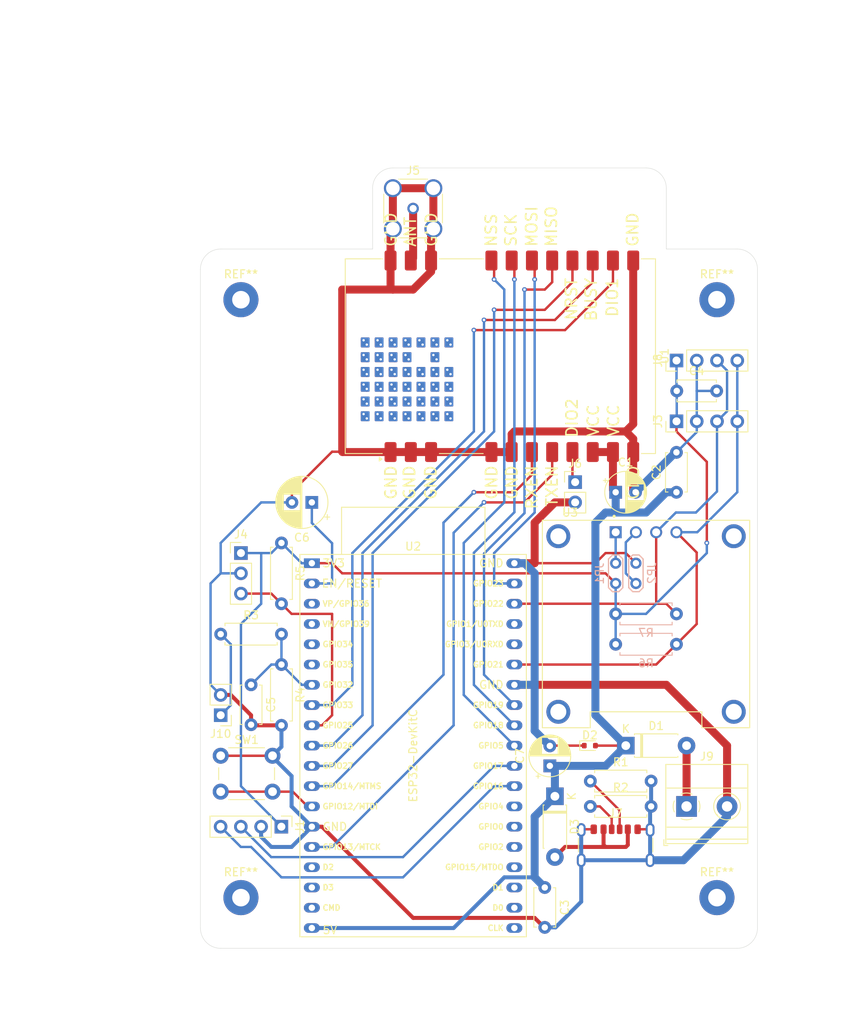
<source format=kicad_pcb>
(kicad_pcb (version 20240108) (generator "pcbnew") (generator_version "8.0")
  (title_block (date "2024-10-04") (comment 1 "OE3WAS - V 2.0.4"))
  (layers (0 "F.Cu" signal) (31 "B.Cu" signal) (34 "B.Paste" user) (35 "F.Paste" user) (36 "B.SilkS" user "B.Silkscreen") (37 "F.SilkS" user "F.Silkscreen") (38 "B.Mask" user) (39 "F.Mask" user) (44 "Edge.Cuts" user))
  (net 0 "")
  (net 1 "/GPS_TX")
  (net 2 "+3.3V")
  (net 3 "GND")
  (net 4 "/GPS_RX")
  (net 5 "/SDA")
  (net 6 "/SCL")
  (net 7 "/OneWire")
  (net 9 "/E22_BUSY")
  (net 10 "Net-(J5-In)")
  (net 11 "/E22_NRST")
  (net 12 "Net-(J6-Pin_1)")
  (net 13 "/MISO")
  (net 14 "/MOSI")
  (net 15 "/E22_SCK")
  (net 16 "+5V")
  (net 17 "/E22_DIO1")
  (net 18 "/E22_NSS")
  (net 25 "Net-(U2-MTDI{slash}GPIO12{slash}ADC2_CH5)")
  (net 31 "Net-(U2-32K_XP{slash}GPIO32{slash}ADC1_CH4)")
  (net 38 "Net-(J7-CC2)")
  (net 39 "Net-(J7-CC1)")
  (net 40 "/E22_RXEN")
  (net 41 "/E22_TXEN")
  (net 200 "Net-(J10-Pin_1)")
  (net 201 "Net-(U2-CHIP_PU)")
  (net 202 "Net-(JP1-A)")
  (net 203 "Net-(JP2-A)")
  (net 204 "Net-(D1-A)")
  (net 205 "Net-(D3-A)")
  (footprint "Connector_PinHeader_2.54mm:PinHeader_1x03_P2.54mm_Vertical" (layer "F.Cu") (at 115.57 95.25)
    (property "Reference" "J4")
    (property "Value" "Conn_01x03_Socket")
  )
  (footprint "Resistor_THT:R_Axial_DIN0207_L6.3mm_D2.5mm_P7.62mm_Horizontal" (layer "F.Cu") (at 113.03 105.41)
    (property "Reference" "R3")
    (property "Value" "5k1")
  )
  (footprint "Capacitor_THT:CP_Radial_D5.0mm_P2.50mm" (layer "F.Cu") (at 154.305 121.92 90)
    (property "Reference" "C7")
    (property "Value" "470µF")
  )
  (footprint "Resistor_THT:R_Axial_DIN0207_L6.3mm_D2.5mm_P7.62mm_Horizontal" (layer "F.Cu") (at 159.385 127)
    (property "Reference" "R2")
    (property "Value" "5k1")
  )
  (footprint "Resistor_THT:R_Axial_DIN0207_L6.3mm_D2.5mm_P7.62mm_Horizontal" (layer "F.Cu") (at 120.65 109.22 -90)
    (property "Reference" "R4")
    (property "Value" "5k1")
  )
  (footprint "MountingHole:MountingHole_2.2mm_M2_Pad_TopBottom" (layer "F.Cu") (at 175.26 63.5)
    (property "Reference" "REF**")
    (property "Value" "MountingHole_2.2mm_M2_Pad_TopBottom")
  )
  (footprint "Capacitor_THT:CP_Radial_D6.3mm_P2.50mm" (layer "F.Cu") (at 124.46 88.9 180)
    (property "Reference" "C6")
    (property "Value" "10µF")
  )
  (footprint "MountingHole:MountingHole_2.2mm_M2_Pad_TopBottom" (layer "F.Cu") (at 115.57 138.43)
    (property "Reference" "REF**")
    (property "Value" "MountingHole_2.2mm_M2_Pad_TopBottom")
  )
  (footprint "Connector_PinHeader_2.54mm:PinHeader_1x04_P2.54mm_Vertical" (layer "F.Cu") (at 170.19 78.74 90)
    (property "Reference" "J3")
    (property "Value" "Conn_01x04_Socket")
  )
  (footprint "Diode_THT:D_DO-41_SOD81_P7.62mm_Horizontal" (layer "F.Cu") (at 163.83 119.38)
    (property "Reference" "D1")
    (property "Value" "1N5817")
  )
  (footprint "E22:DM-OLED096-636" (layer "F.Cu") (at 166.37 104.14)
    (property "Reference" "U3")
    (property "Value" "DM-OLED096-636")
  )
  (footprint "Resistor_THT:R_Axial_DIN0207_L6.3mm_D2.5mm_P7.62mm_Horizontal" (layer "F.Cu") (at 120.65 93.98 -90)
    (property "Reference" "R5")
    (property "Value" "4k7")
  )
  (footprint "Connector_PinHeader_2.54mm:PinHeader_1x02_P2.54mm_Vertical" (layer "F.Cu") (at 113.03 115.57 180)
    (property "Reference" "J10")
    (property "Value" "Conn_01x02_Socket")
  )
  (footprint "Connector_PinHeader_2.54mm:PinHeader_1x04_P2.54mm_Vertical" (layer "F.Cu") (at 170.19 71.12 90)
    (property "Reference" "J8")
    (property "Value" "Conn_01x04_Socket")
  )
  (footprint "Diode_THT:D_DO-41_SOD81_P7.62mm_Horizontal" (layer "F.Cu") (at 154.94 125.73 -90)
    (property "Reference" "D3")
    (property "Value" "1N5817")
  )
  (footprint "Capacitor_THT:C_Disc_D4.7mm_W2.5mm_P5.00mm" (layer "F.Cu") (at 170.18 87.63 90)
    (property "Reference" "C2")
    (property "Value" "100nF")
  )
  (footprint "TerminalBlock_Phoenix:TerminalBlock_Phoenix_MKDS-1,5-2-5.08_1x02_P5.08mm_Horizontal" (layer "F.Cu") (at 171.45 127)
    (property "Reference" "J9")
    (property "Value" "Conn_01x02_Socket" (hide yes))
  )
  (footprint "Capacitor_THT:C_Disc_D4.7mm_W2.5mm_P5.00mm" (layer "F.Cu") (at 153.67 137.16 -90)
    (property "Reference" "C3")
    (property "Value" "100nF")
  )
  (footprint "Connector_Coaxial:SMA_Amphenol_132134-14_Vertical" (layer "F.Cu") (at 137.16 52.07)
    (property "Reference" "J5")
    (property "Value" "SMA")
  )
  (footprint "Capacitor_THT:CP_Radial_D5.0mm_P2.50mm" (layer "F.Cu") (at 162.56 87.63)
    (property "Reference" "C1")
    (property "Value" "470µF")
  )
  (footprint "E22:E22-400M33S" (layer "F.Cu") (at 145.1 70.58 90)
    (property "Reference" "U1")
    (property "Value" "E22-40033S")
  )
  (footprint "Connector_PinHeader_2.54mm:PinHeader_1x04_P2.54mm_Vertical" (layer "F.Cu") (at 120.64 129.54 -90)
    (property "Reference" "J1")
    (property "Value" "Conn_01x04_Socket" (hide yes))
  )
  (footprint "E22:ESP32-DevKitC" (layer "F.Cu") (at 124.46 96.52)
    (property "Reference" "U2")
    (property "Value" "ESP32-DevKitC")
  )
  (footprint "Capacitor_THT:C_Disc_D4.7mm_W2.5mm_P5.00mm" (layer "F.Cu") (at 170.22 74.93)
    (property "Reference" "C4")
    (property "Value" "100nF")
  )
  (footprint "Capacitor_THT:C_Disc_D4.7mm_W2.5mm_P5.00mm" (layer "F.Cu") (at 116.84 111.76 -90)
    (property "Reference" "C5")
    (property "Value" "100nF")
  )
  (footprint "MountingHole:MountingHole_2.2mm_M2_Pad_TopBottom" (layer "F.Cu") (at 115.57 63.5)
    (property "Reference" "REF**")
    (property "Value" "MountingHole_2.2mm_M2_Pad_TopBottom")
  )
  (footprint "Button_Switch_THT:SW_PUSH_6mm" (layer "F.Cu") (at 113.03 120.65)
    (property "Reference" "SW1")
    (property "Value" "SW_Push")
  )
  (footprint "Connector_USB:USB_C_Receptacle_GCT_USB4125-xx-x-0190_6P_TopMnt_Horizontal" (layer "F.Cu") (at 162.56 132.945)
    (property "Reference" "J7")
    (property "Value" "USB_C_Receptacle_PowerOnly_6P")
  )
  (footprint "MountingHole:MountingHole_2.2mm_M2_Pad_TopBottom" (layer "F.Cu") (at 175.26 138.43)
    (property "Reference" "REF**")
    (property "Value" "MountingHole_2.2mm_M2_Pad_TopBottom")
  )
  (footprint "Resistor_THT:R_Axial_DIN0207_L6.3mm_D2.5mm_P7.62mm_Horizontal" (layer "F.Cu") (at 159.385 123.825)
    (property "Reference" "R1")
    (property "Value" "5k1")
  )
  (footprint "Diode_SMD:D_SOD-523" (layer "F.Cu") (at 159.32 119.38)
    (property "Reference" "D2")
    (property "Value" "LESD5D5.0CT1G")
  )
  (footprint "Connector_PinHeader_2.54mm:PinHeader_1x02_P2.54mm_Vertical" (layer "F.Cu") (at 157.48 86.36)
    (property "Reference" "J6")
    (property "Value" "Conn_01x02_Socket" (hide yes))
  )
  (footprint "TestPoint:TestPoint_2Pads_Pitch2.54mm_Drill0.8mm" (layer "B.Cu") (at 162.56 96.52 -90)
    (property "Reference" "JP1")
    (property "Value" "Jumper_2_Small_Bridged" (hide yes))
  )
  (footprint "Resistor_THT:R_Axial_DIN0207_L6.3mm_D2.5mm_P7.62mm_Horizontal" (layer "B.Cu") (at 162.56 102.87)
    (property "Reference" "R7")
    (property "Value" "10k")
  )
  (footprint "TestPoint:TestPoint_2Pads_Pitch2.54mm_Drill0.8mm" (layer "B.Cu") (at 165.1 99.06 90)
    (property "Reference" "JP2")
    (property "Value" "Jumper_2_Small_Bridged" (hide yes))
  )
  (footprint "Resistor_THT:R_Axial_DIN0207_L6.3mm_D2.5mm_P7.62mm_Horizontal" (layer "B.Cu") (at 162.56 106.68)
    (property "Reference" "R6")
    (property "Value" "10k")
  )
  (gr_line (start 177.8 144.78) (end 113.03 144.78) (stroke (width 0.05)) (layer "Edge.Cuts"))
  (gr_arc (start 180.34 142.24) (mid 179.596051 144.036051) (end 177.8 144.78) (stroke (width 0.05)) (layer "Edge.Cuts"))
  (gr_arc (start 166.37 46.99) (mid 168.166051 47.733949) (end 168.91 49.53) (stroke (width 0.05)) (layer "Edge.Cuts"))
  (gr_line (start 113.03 57.15) (end 132.08 57.15) (stroke (width 0.05)) (layer "Edge.Cuts"))
  (gr_arc (start 132.08 49.53) (mid 132.823949 47.733949) (end 134.62 46.99) (stroke (width 0.05)) (layer "Edge.Cuts"))
  (gr_arc (start 110.49 59.69) (mid 111.233949 57.893949) (end 113.03 57.15) (stroke (width 0.05)) (layer "Edge.Cuts"))
  (gr_line (start 110.49 142.24) (end 110.49 59.69) (stroke (width 0.05)) (layer "Edge.Cuts"))
  (gr_line (start 168.91 57.15) (end 177.8 57.15) (stroke (width 0.05)) (layer "Edge.Cuts"))
  (gr_line (start 132.08 57.15) (end 132.08 49.53) (stroke (width 0.05)) (layer "Edge.Cuts"))
  (gr_arc (start 177.800001 57.149999) (mid 179.596052 57.893948) (end 180.340001 59.689999) (stroke (width 0.05)) (layer "Edge.Cuts"))
  (gr_line (start 134.62 46.99) (end 166.37 46.99) (stroke (width 0.05)) (layer "Edge.Cuts"))
  (gr_line (start 180.34 59.69) (end 180.34 142.24) (stroke (width 0.05)) (layer "Edge.Cuts"))
  (gr_line (start 168.91 49.53) (end 168.91 57.15) (stroke (width 0.05)) (layer "Edge.Cuts"))
  (gr_arc (start 113.03 144.78) (mid 111.233949 144.036051) (end 110.49 142.24) (stroke (width 0.05)) (layer "Edge.Cuts"))
  (segment (start 147.32 121.92) (end 135.89 133.35) (width 0.3) (layer "B.Cu") (net 1))
  (segment (start 119.37 133.35) (end 115.56 129.54) (width 0.3) (layer "B.Cu") (net 1))
  (segment (start 135.89 133.35) (end 119.37 133.35) (width 0.3) (layer "B.Cu") (net 1))
  (segment (start 149.86 121.92) (end 147.32 121.92) (width 0.3) (layer "B.Cu") (net 1))
  (segment (start 161.29 97.79) (end 162.56 99.06) (width 0.3) (layer "F.Cu") (net 2))
  (segment (start 173.99 93.98) (end 173.99 83.82) (width 0.3) (layer "F.Cu") (net 2))
  (segment (start 170.19 80) (end 170.19 78.74) (width 0.3) (layer "F.Cu") (net 2))
  (segment (start 173.99 83.82) (end 170.18 80.01) (width 0.3) (layer "F.Cu") (net 2))
  (segment (start 127 96.52) (end 128.27 97.79) (width 0.3) (layer "F.Cu") (net 2))
  (segment (start 124.46 96.52) (end 127 96.52) (width 0.3) (layer "F.Cu") (net 2))
  (segment (start 128.27 97.79) (end 161.29 97.79) (width 0.3) (layer "F.Cu") (net 2))
  (segment (start 170.18 80.01) (end 170.19 80) (width 0.3) (layer "F.Cu") (net 2))
  (via (at 173.99 93.98) (size 0.6) (drill 0.3) (layers "F.Cu" "B.Cu") (net 2))
  (segment (start 162.56 99.06) (end 162.56 102.87) (width 0.3) (layer "B.Cu") (net 2))
  (segment (start 170.22 74.93) (end 170.22 78.71) (width 0.3) (layer "B.Cu") (net 2))
  (segment (start 170.19 71.12) (end 170.19 74.9) (width 0.3) (layer "B.Cu") (net 2))
  (segment (start 170.22 78.71) (end 170.19 78.74) (width 0.3) (layer "B.Cu") (net 2))
  (segment (start 166.37 102.87) (end 173.99 95.25) (width 0.3) (layer "B.Cu") (net 2))
  (segment (start 118.11 95.25) (end 119.38 95.25) (width 0.3) (layer "B.Cu") (net 2))
  (segment (start 119.38 95.25) (end 120.65 93.98) (width 0.3) (layer "B.Cu") (net 2))
  (segment (start 173.99 95.25) (end 173.99 93.98) (width 0.3) (layer "B.Cu") (net 2))
  (segment (start 162.56 102.87) (end 166.37 102.87) (width 0.3) (layer "B.Cu") (net 2))
  (segment (start 162.56 102.87) (end 162.56 106.68) (width 0.3) (layer "B.Cu") (net 2))
  (segment (start 120.64 129.53) (end 115.57 124.46) (width 0.3) (layer "B.Cu") (net 2))
  (segment (start 115.57 104.14) (end 118.11 101.6) (width 0.3) (layer "B.Cu") (net 2))
  (segment (start 118.11 95.25) (end 115.57 95.25) (width 0.3) (layer "B.Cu") (net 2))
  (segment (start 118.11 101.6) (end 118.11 95.25) (width 0.3) (layer "B.Cu") (net 2))
  (segment (start 120.64 129.54) (end 120.64 129.53) (width 0.3) (layer "B.Cu") (net 2))
  (segment (start 123.19 96.52) (end 124.46 96.52) (width 0.3) (layer "B.Cu") (net 2))
  (segment (start 170.19 74.9) (end 170.22 74.93) (width 0.3) (layer "B.Cu") (net 2))
  (segment (start 170.19 78.74) (end 169.56 78.11) (width 0.3) (layer "B.Cu") (net 2))
  (segment (start 120.65 93.98) (end 123.19 96.52) (width 0.3) (layer "B.Cu") (net 2))
  (segment (start 115.57 124.46) (end 115.57 104.14) (width 0.3) (layer "B.Cu") (net 2))
  (segment (start 149.86 111.76) (end 168.91 111.76) (width 1) (layer "F.Cu") (net 3))
  (segment (start 159.81 129.865) (end 158.32 129.865) (width 0.3) (layer "F.Cu") (net 3))
  (segment (start 160.02 96.52) (end 152.4 96.52) (width 0.3) (layer "F.Cu") (net 3))
  (segment (start 139.7 49.53) (end 139.7 54.61) (width 1) (layer "F.Cu") (net 3))
  (segment (start 139.41 82.59) (end 136.87 82.59) (width 1) (layer "F.Cu") (net 3))
  (segment (start 134.33 54.9) (end 134.62 54.61) (width 1) (layer "F.Cu") (net 3))
  (segment (start 134.62 54.61) (end 134.62 49.53) (width 1) (layer "F.Cu") (net 3))
  (segment (start 127 82.55) (end 128.27 82.55) (width 0.3) (layer "F.Cu") (net 3))
  (segment (start 116.92 116.84) (end 120.65 116.84) (width 0.5) (layer "F.Cu") (net 3))
  (segment (start 134.33 58.59) (end 134.33 61.94) (width 1) (layer "F.Cu") (net 3))
  (segment (start 121.96 87.59) (end 127 82.55) (width 0.3) (layer "F.Cu") (net 3))
  (segment (start 161.29 95.25) (end 160.02 96.52) (width 0.3) (layer "F.Cu") (net 3))
  (segment (start 146.98 82.59) (end 149.52 82.59) (width 1) (layer "F.Cu") (net 3))
  (segment (start 149.86 96.52) (end 152.4 96.52) (width 1) (layer "F.Cu") (net 3))
  (segment (start 128.31 82.59) (end 128.27 82.55) (width 1) (layer "F.Cu") (net 3))
  (segment (start 134.62 49.53) (end 139.7 49.53) (width 1) (layer "F.Cu") (net 3))
  (segment (start 134.33 58.59) (end 134.33 54.9) (width 1) (layer "F.Cu") (net 3))
  (segment (start 149.52 80.35) (end 149.86 80.01) (width 1) (layer "F.Cu") (net 3))
  (segment (start 139.41 58.59) (end 139.41 59.98) (width 1) (layer "F.Cu") (net 3))
  (segment (start 139.41 82.59) (end 146.98 82.59) (width 1) (layer "F.Cu") (net 3))
  (segment (start 125.73 129.54) (end 137.16 140.97) (width 0.5) (layer "F.Cu") (net 3))
  (segment (start 164.76 82.59) (end 164.76 87.33) (width 1) (layer "F.Cu") (net 3))
  (segment (start 154.345 119.38) (end 154.305 119.42) (width 0.3) (layer "F.Cu") (net 3))
  (segment (start 121.96 88.9) (end 121.96 87.59) (width 0.3) (layer "F.Cu") (net 3))
  (segment (start 163.83 95.25) (end 161.29 95.25) (width 0.3) (layer "F.Cu") (net 3))
  (segment (start 116.84 116.76) (end 116.92 116.84) (width 0.5) (layer "F.Cu") (net 3))
  (segment (start 165.1 96.52) (end 163.83 95.25) (width 0.3) (layer "F.Cu") (net 3))
  (segment (start 134.62 62.23) (end 128.27 62.23) (width 1) (layer "F.Cu") (net 3))
  (segment (start 139.41 59.98) (end 137.16 62.23) (width 1) (layer "F.Cu") (net 3))
  (segment (start 164.76 87.33) (end 165.06 87.63) (width 1) (layer "F.Cu") (net 3))
  (segment (start 158.62 119.38) (end 154.345 119.38) (width 0.3) (layer "F.Cu") (net 3))
  (segment (start 139.41 54.9) (end 139.7 54.61) (width 1) (layer "F.Cu") (net 3))
  (segment (start 149.86 80.01) (end 163.83 80.01) (width 1) (layer "F.Cu") (net 3))
  (segment (start 166.8 129.865) (end 166.88 129.945) (width 0.3) (layer "F.Cu") (net 3))
  (segment (start 176.53 119.38) (end 176.53 127) (width 1) (layer "F.Cu") (net 3))
  (segment (start 137.16 62.23) (end 134.62 62.23) (width 1) (layer "F.Cu") (net 3))
  (segment (start 154.94 88.9) (end 157.48 88.9) (width 1) (layer "F.Cu") (net 3))
  (segment (start 153.59 142.16) (end 153.67 142.16) (width 0.5) (layer "F.Cu") (net 3))
  (segment (start 114.3 113.03) (end 116.84 115.57) (width 0.5) (layer "F.Cu") (net 3))
  (segment (start 134.33 82.59) (end 128.31 82.59) (width 1) (layer "F.Cu") (net 3))
  (segment (start 152.4 91.44) (end 154.94 88.9) (width 1) (layer "F.Cu") (net 3))
  (segment (start 164.76 58.59) (end 164.76 79.08) (width 1) (layer "F.Cu") (net 3))
  (segment (start 116.84 115.57) (end 116.84 116.76) (width 0.5) (layer "F.Cu") (net 3))
  (segment (start 124.46 129.54) (end 125.73 129.54) (width 0.5) (layer "F.Cu") (net 3))
  (segment (start 134.33 61.94) (end 134.62 62.23) (width 1) (layer "F.Cu") (net 3))
  (segment (start 113.03 113.03) (end 114.3 113.03) (width 0.5) (layer "F.Cu") (net 3))
  (segment (start 113.03 120.65) (end 119.53 120.65) (width 0.3) (layer "F.Cu") (net 3))
  (segment (start 164.76 80.94) (end 164.76 82.59) (width 1) (layer "F.Cu") (net 3))
  (segment (start 152.4 140.97) (end 153.59 142.16) (width 0.5) (layer "F.Cu") (net 3))
  (segment (start 137.16 140.97) (end 152.4 140.97) (width 0.5) (layer "F.Cu") (net 3))
  (segment (start 136.87 82.59) (end 134.33 82.59) (width 1) (layer "F.Cu") (net 3))
  (segment (start 152.4 96.52) (end 152.4 91.44) (width 1) (layer "F.Cu") (net 3))
  (segment (start 168.91 111.76) (end 176.53 119.38) (width 1) (layer "F.Cu") (net 3))
  (segment (start 165.31 129.865) (end 166.8 129.865) (width 0.3) (layer "F.Cu") (net 3))
  (segment (start 149.52 82.59) (end 149.52 80.35) (width 1) (layer "F.Cu") (net 3))
  (segment (start 128.27 62.23) (end 128.27 82.55) (width 1) (layer "F.Cu") (net 3))
  (segment (start 163.83 80.01) (end 164.76 80.94) (width 1) (layer "F.Cu") (net 3))
  (segment (start 158.32 129.865) (end 158.24 129.945) (width 0.3) (layer "F.Cu") (net 3))
  (segment (start 139.41 58.59) (end 139.41 54.9) (width 1) (layer "F.Cu") (net 3))
  (segment (start 164.76 79.08) (end 163.83 80.01) (width 1) (layer "F.Cu") (net 3))
  (segment (start 119.53 120.65) (end 119.53 120.8) (width 0.5) (layer "B.Cu") (net 3))
  (segment (start 155.02 142.16) (end 153.67 142.16) (width 0.5) (layer "B.Cu") (net 3))
  (segment (start 121.92 127) (end 124.46 129.54) (width 0.5) (layer "B.Cu") (net 3))
  (segment (start 152.4 97.79) (end 152.4 111.76) (width 1) (layer "B.Cu") (net 3))
  (segment (start 111.76 99.06) (end 113.03 97.79) (width 0.3) (layer "B.Cu") (net 3))
  (segment (start 113.03 97.79) (end 113.03 93.98) (width 0.3) (layer "B.Cu") (net 3))
  (segment (start 121.92 123.19) (end 121.92 127) (width 0.5) (layer "B.Cu") (net 3))
  (segment (start 166.88 129.945) (end 166.88 133.745) (width 0.5) (layer "B.Cu") (net 3))
  (segment (start 170.06 82.63) (end 165.06 87.63) (width 1) (layer "B.Cu") (net 3))
  (segment (start 172.72 74.93) (end 175.22 74.93) (width 0.3) (layer "B.Cu") (net 3))
  (segment (start 158.24 133.745) (end 158.24 129.945) (width 0.5) (layer "B.Cu") (net 3))
  (segment (start 152.4 117.515) (end 152.4 111.76) (width 1) (layer "B.Cu") (net 3))
  (segment (start 172.73 78.74) (end 172.73 74.92) (width 0.3) (layer "B.Cu") (net 3))
  (segment (start 119.53 120.8) (end 121.92 123.19) (width 0.5) (layer "B.Cu") (net 3))
  (segment (start 166.88 127.125) (end 167.005 127) (width 0.5) (layer "B.Cu") (net 3))
  (segment (start 121.92 132.08) (end 119.38 132.08) (width 0.5) (layer "B.Cu") (net 3))
  (segment (start 158.24 138.94) (end 155.02 142.16) (width 0.5) (layer "B.Cu") (net 3))
  (segment (start 154.305 119.42) (end 152.4 117.515) (width 1) (layer "B.Cu") (net 3))
  (segment (start 166.88 133.745) (end 158.24 133.745) (width 0.5) (layer "B.Cu") (net 3))
  (segment (start 172.73 74.92) (end 172.72 74.93) (width 0.3) (layer "B.Cu") (net 3))
  (segment (start 152.4 111.76) (end 149.86 111.76) (width 1) (layer "B.Cu") (net 3))
  (segment (start 120.65 119.53) (end 119.53 120.65) (width 0.5) (layer "B.Cu") (net 3))
  (segment (start 158.24 133.745) (end 158.24 138.94) (width 0.5) (layer "B.Cu") (net 3))
  (segment (start 120.65 116.84) (end 120.65 119.53) (width 0.5) (layer "B.Cu") (net 3))
  (segment (start 172.73 78.74) (end 172.73 80.08) (width 0.3) (layer "B.Cu") (net 3))
  (segment (start 166.88 129.945) (end 166.88 127.125) (width 0.5) (layer "B.Cu") (net 3))
  (segment (start 172.73 71.12) (end 172.65 71.2) (width 0.3) (layer "B.Cu") (net 3))
  (segment (start 149.86 96.52) (end 151.13 96.52) (width 1) (layer "B.Cu") (net 3))
  (segment (start 171.055 133.745) (end 166.88 133.745) (width 1) (layer "B.Cu") (net 3))
  (segment (start 115.57 97.79) (end 113.03 97.79) (width 0.3) (layer "B.Cu") (net 3))
  (segment (start 151.13 96.52) (end 152.4 97.79) (width 1) (layer "B.Cu") (net 3))
  (segment (start 119.38 132.08) (end 118.1 130.8) (width 0.5) (layer "B.Cu") (net 3))
  (segment (start 113.03 113.03) (end 111.76 111.76) (width 0.3) (layer "B.Cu") (net 3))
  (segment (start 111.76 111.76) (end 111.76 99.06) (width 0.3) (layer "B.Cu") (net 3))
  (segment (start 118.1 130.8) (end 118.1 129.54) (width 0.5) (layer "B.Cu") (net 3))
  (segment (start 170.18 82.63) (end 170.06 82.63) (width 1) (layer "B.Cu") (net 3))
  (segment (start 113.03 93.98) (end 118.11 88.9) (width 0.3) (layer "B.Cu") (net 3))
  (segment (start 167.005 127) (end 167.005 123.825) (width 0.5) (layer "B.Cu") (net 3))
  (segment (start 176.53 128.27) (end 171.055 133.745) (width 1) (layer "B.Cu") (net 3))
  (segment (start 176.53 127) (end 176.53 128.27) (width 1) (layer "B.Cu") (net 3))
  (segment (start 118.11 88.9) (end 121.96 88.9) (width 0.3) (layer "B.Cu") (net 3))
  (segment (start 172.73 80.08) (end 170.18 82.63) (width 0.3) (layer "B.Cu") (net 3))
  (segment (start 172.73 71.12) (end 172.73 74.92) (width 0.3) (layer "B.Cu") (net 3))
  (segment (start 124.46 129.54) (end 121.92 132.08) (width 0.5) (layer "B.Cu") (net 3))
  (segment (start 158.24 133.745) (end 158.165 133.82) (width 0.3) (layer "B.Cu") (net 3))
  (segment (start 120.65 135.89) (end 116.84 132.08) (width 0.3) (layer "B.Cu") (net 4))
  (segment (start 115.56 132.08) (end 113.02 129.54) (width 0.3) (layer "B.Cu") (net 4))
  (segment (start 116.84 132.08) (end 115.56 132.08) (width 0.3) (layer "B.Cu") (net 4))
  (segment (start 147.32 124.46) (end 135.89 135.89) (width 0.3) (layer "B.Cu") (net 4))
  (segment (start 135.89 135.89) (end 120.65 135.89) (width 0.3) (layer "B.Cu") (net 4))
  (segment (start 149.86 124.46) (end 147.32 124.46) (width 0.3) (layer "B.Cu") (net 4))
  (segment (start 167.64 109.22) (end 170.18 106.68) (width 0.3) (layer "F.Cu") (net 5))
  (segment (start 172.72 95.18) (end 172.72 104.14) (width 0.3) (layer "F.Cu") (net 5))
  (segment (start 172.72 104.14) (end 170.18 106.68) (width 0.3) (layer "F.Cu") (net 5))
  (segment (start 149.86 109.22) (end 167.64 109.22) (width 0.3) (layer "F.Cu") (net 5))
  (segment (start 170.18 92.64) (end 172.72 95.18) (width 0.3) (layer "F.Cu") (net 5))
  (segment (start 172.79 92.64) (end 177.81 87.62) (width 0.3) (layer "B.Cu") (net 5))
  (segment (start 177.81 87.62) (end 177.81 78.74) (width 0.3) (layer "B.Cu") (net 5))
  (segment (start 170.18 92.64) (end 172.79 92.64) (width 0.3) (layer "B.Cu") (net 5))
  (segment (start 177.81 71.12) (end 177.81 78.74) (width 0.3) (layer "B.Cu") (net 5))
  (segment (start 167.64 101.6) (end 167.64 92.64) (width 0.3) (layer "F.Cu") (net 6))
  (segment (start 167.64 101.6) (end 168.91 101.6) (width 0.3) (layer "F.Cu") (net 6))
  (segment (start 168.91 101.6) (end 170.18 102.87) (width 0.3) (layer "F.Cu") (net 6))
  (segment (start 149.86 101.6) (end 167.64 101.6) (width 0.3) (layer "F.Cu") (net 6))
  (segment (start 175.27 71.12) (end 176.53 72.38) (width 0.3) (layer "B.Cu") (net 6))
  (segment (start 167.64 92.64) (end 170.11 90.17) (width 0.3) (layer "B.Cu") (net 6))
  (segment (start 175.27 87.524) (end 175.27 78.74) (width 0.3) (layer "B.Cu") (net 6))
  (segment (start 172.624 90.17) (end 175.27 87.524) (width 0.3) (layer "B.Cu") (net 6))
  (segment (start 176.53 77.48) (end 175.27 78.74) (width 0.3) (layer "B.Cu") (net 6))
  (segment (start 176.53 72.38) (end 176.53 77.48) (width 0.3) (layer "B.Cu") (net 6))
  (segment (start 170.11 90.17) (end 172.624 90.17) (width 0.3) (layer "B.Cu") (net 6))
  (segment (start 121.92 102.87) (end 127 102.87) (width 0.3) (layer "F.Cu") (net 7))
  (segment (start 127 115.57) (end 125.73 116.84) (width 0.3) (layer "F.Cu") (net 7))
  (segment (start 125.73 116.84) (end 124.46 116.84) (width 0.3) (layer "F.Cu") (net 7))
  (segment (start 115.57 100.33) (end 119.38 100.33) (width 0.3) (layer "F.Cu") (net 7))
  (segment (start 120.65 101.6) (end 121.92 102.87) (width 0.3) (layer "F.Cu") (net 7))
  (segment (start 127 102.87) (end 127 115.57) (width 0.3) (layer "F.Cu") (net 7))
  (segment (start 119.38 100.33) (end 120.65 101.6) (width 0.3) (layer "F.Cu") (net 7))
  (segment (start 159.68 61.3) (end 159.68 58.59) (width 0.3) (layer "F.Cu") (net 9))
  (segment (start 146.05 66.04) (end 154.94 66.04) (width 0.3) (layer "F.Cu") (net 9))
  (segment (start 154.94 66.04) (end 159.68 61.3) (width 0.3) (layer "F.Cu") (net 9))
  (via (at 146.05 66.04) (size 0.6) (drill 0.3) (layers "F.Cu" "B.Cu") (net 9))
  (segment (start 130.81 115.57) (end 127 119.38) (width 0.3) (layer "B.Cu") (net 9))
  (segment (start 130.81 95.25) (end 130.81 115.57) (width 0.3) (layer "B.Cu") (net 9))
  (segment (start 146.05 80.01) (end 130.81 95.25) (width 0.3) (layer "B.Cu") (net 9))
  (segment (start 127 119.38) (end 124.46 119.38) (width 0.3) (layer "B.Cu") (net 9))
  (segment (start 146.05 66.04) (end 146.05 80.01) (width 0.3) (layer "B.Cu") (net 9))
  (segment (start 137.16 58.3) (end 136.87 58.59) (width 0.3) (layer "F.Cu") (net 10))
  (segment (start 137.16 52.07) (end 137.16 58.3) (width 1) (layer "F.Cu") (net 10))
  (segment (start 157.14 61.3) (end 157.14 58.59) (width 0.3) (layer "F.Cu") (net 11))
  (segment (start 147.32 64.77) (end 153.67 64.77) (width 0.3) (layer "F.Cu") (net 11))
  (segment (start 153.67 64.77) (end 157.14 61.3) (width 0.3) (layer "F.Cu") (net 11))
  (via (at 147.32 64.77) (size 0.6) (drill 0.3) (layers "F.Cu" "B.Cu") (net 11))
  (segment (start 147.32 80.01) (end 132.08 95.25) (width 0.3) (layer "B.Cu") (net 11))
  (segment (start 132.08 95.25) (end 132.08 116.84) (width 0.3) (layer "B.Cu") (net 11))
  (segment (start 127 121.92) (end 124.46 121.92) (width 0.3) (layer "B.Cu") (net 11))
  (segment (start 147.32 64.77) (end 147.32 80.01) (width 0.3) (layer "B.Cu") (net 11))
  (segment (start 132.08 116.84) (end 127 121.92) (width 0.3) (layer "B.Cu") (net 11))
  (segment (start 157.14 86.02) (end 157.48 86.36) (width 0.3) (layer "F.Cu") (net 12))
  (segment (start 157.14 82.59) (end 157.14 86.02) (width 0.3) (layer "F.Cu") (net 12))
  (segment (start 154.6 61.3) (end 154.6 58.59) (width 0.3) (layer "F.Cu") (net 13))
  (segment (start 153.67 62.23) (end 154.6 61.3) (width 0.3) (layer "F.Cu") (net 13))
  (segment (start 151.13 62.23) (end 153.67 62.23) (width 0.3) (layer "F.Cu") (net 13))
  (via (at 151.13 62.23) (size 0.6) (drill 0.3) (layers "F.Cu" "B.Cu") (net 13))
  (segment (start 151.13 90.240362) (end 146.05 95.320362) (width 0.3) (layer "B.Cu") (net 13))
  (segment (start 151.13 62.23) (end 151.13 90.240362) (width 0.3) (layer "B.Cu") (net 13))
  (segment (start 146.05 110.49) (end 149.86 114.3) (width 0.3) (layer "B.Cu") (net 13))
  (segment (start 146.05 95.320362) (end 146.05 110.49) (width 0.3) (layer "B.Cu") (net 13))
  (segment (start 152.4 58.93) (end 152.06 58.59) (width 0.3) (layer "F.Cu") (net 14))
  (segment (start 152.4 60.96) (end 152.4 58.93) (width 0.3) (layer "F.Cu") (net 14))
  (via (at 152.4 60.96) (size 0.6) (drill 0.3) (layers "F.Cu" "B.Cu") (net 14))
  (segment (start 152.4 90.17) (end 147.32 95.25) (width 0.3) (layer "B.Cu") (net 14))
  (segment (start 147.32 99.06) (end 149.86 99.06) (width 0.3) (layer "B.Cu") (net 14))
  (segment (start 147.32 95.25) (end 147.32 99.06) (width 0.3) (layer "B.Cu") (net 14))
  (segment (start 152.4 60.96) (end 152.4 90.17) (width 0.3) (layer "B.Cu") (net 14))
  (segment (start 149.86 58.93) (end 149.52 58.59) (width 0.3) (layer "F.Cu") (net 15))
  (segment (start 149.86 60.96) (end 149.86 58.93) (width 0.3) (layer "F.Cu") (net 15))
  (via (at 149.86 60.96) (size 0.6) (drill 0.3) (layers "F.Cu" "B.Cu") (net 15))
  (segment (start 149.86 90.133946) (end 144.78 95.213946) (width 0.3) (layer "B.Cu") (net 15))
  (segment (start 144.78 95.213946) (end 144.78 111.76) (width 0.3) (layer "B.Cu") (net 15))
  (segment (start 149.86 60.96) (end 149.86 90.133946) (width 0.3) (layer "B.Cu") (net 15))
  (segment (start 144.78 111.76) (end 149.86 116.84) (width 0.3) (layer "B.Cu") (net 15))
  (segment (start 162.22 82.59) (end 162.22 87.29) (width 1) (layer "F.Cu") (net 16))
  (segment (start 162.22 82.59) (end 159.68 82.59) (width 1) (layer "F.Cu") (net 16))
  (segment (start 162.22 87.29) (end 162.56 87.63) (width 1) (layer "F.Cu") (net 16))
  (segment (start 160.02 119.38) (end 163.83 119.38) (width 0.3) (layer "F.Cu") (net 16))
  (segment (start 152.4 135.89) (end 148.59 135.89) (width 0.5) (layer "B.Cu") (net 16))
  (segment (start 160.02 115.57) (end 163.83 119.38) (width 1) (layer "B.Cu") (net 16))
  (segment (start 170.18 87.63) (end 168.91 87.63) (width 1) (layer "B.Cu") (net 16))
  (segment (start 142.24 142.24) (end 124.46 142.24) (width 0.5) (layer "B.Cu") (net 16))
  (segment (start 161.29 90.17) (end 160.02 91.44) (width 1) (layer "B.Cu") (net 16))
  (segment (start 160.02 91.44) (end 160.02 115.57) (width 1) (layer "B.Cu") (net 16))
  (segment (start 162.56 90.17) (end 162.56 87.63) (width 1) (layer "B.Cu") (net 16))
  (segment (start 153.67 137.16) (end 152.4 135.89) (width 1) (layer "B.Cu") (net 16))
  (segment (start 161.29 121.92) (end 163.83 119.38) (width 1) (layer "B.Cu") (net 16))
  (segment (start 162.56 90.17) (end 161.29 90.17) (width 1) (layer "B.Cu") (net 16))
  (segment (start 148.59 135.89) (end 142.24 142.24) (width 0.5) (layer "B.Cu") (net 16))
  (segment (start 154.94 125.73) (end 152.4 128.27) (width 1) (layer "B.Cu") (net 16))
  (segment (start 166.37 90.17) (end 162.56 90.17) (width 1) (layer "B.Cu") (net 16))
  (segment (start 154.305 121.92) (end 161.29 121.92) (width 1) (layer "B.Cu") (net 16))
  (segment (start 154.94 122.555) (end 154.305 121.92) (width 1) (layer "B.Cu") (net 16))
  (segment (start 154.94 125.73) (end 154.94 122.555) (width 1) (layer "B.Cu") (net 16))
  (segment (start 152.4 128.27) (end 152.4 135.89) (width 1) (layer "B.Cu") (net 16))
  (segment (start 168.91 87.63) (end 166.37 90.17) (width 1) (layer "B.Cu") (net 16))
  (segment (start 162.22 61.3) (end 162.22 58.59) (width 0.3) (layer "F.Cu") (net 17))
  (segment (start 156.21 67.31) (end 162.22 61.3) (width 0.3) (layer "F.Cu") (net 17))
  (segment (start 144.78 67.31) (end 156.21 67.31) (width 0.3) (layer "F.Cu") (net 17))
  (via (at 144.78 67.31) (size 0.6) (drill 0.3) (layers "F.Cu" "B.Cu") (net 17))
  (segment (start 144.78 67.31) (end 144.78 80.01) (width 0.3) (layer "B.Cu") (net 17))
  (segment (start 127 114.3) (end 124.46 114.3) (width 0.3) (layer "B.Cu") (net 17))
  (segment (start 129.54 95.25) (end 129.54 111.76) (width 0.3) (layer "B.Cu") (net 17))
  (segment (start 129.54 111.76) (end 127 114.3) (width 0.3) (layer "B.Cu") (net 17))
  (segment (start 144.78 80.01) (end 129.54 95.25) (width 0.3) (layer "B.Cu") (net 17))
  (segment (start 147.32 58.93) (end 146.98 58.59) (width 0.3) (layer "F.Cu") (net 18))
  (segment (start 147.32 60.96) (end 147.32 58.93) (width 0.3) (layer "F.Cu") (net 18))
  (via (at 147.32 60.96) (size 0.6) (drill 0.3) (layers "F.Cu" "B.Cu") (net 18))
  (segment (start 143.51 93.98) (end 143.51 113.03) (width 0.3) (layer "B.Cu") (net 18))
  (segment (start 147.32 60.96) (end 148.59 62.23) (width 0.3) (layer "B.Cu") (net 18))
  (segment (start 143.51 113.03) (end 149.86 119.38) (width 0.3) (layer "B.Cu") (net 18))
  (segment (start 148.59 62.23) (end 148.59 88.9) (width 0.3) (layer "B.Cu") (net 18))
  (segment (start 148.59 88.9) (end 143.51 93.98) (width 0.3) (layer "B.Cu") (net 18))
  (segment (start 124.46 127) (end 123.92 127) (width 0.3) (layer "F.Cu") (net 25))
  (segment (start 119.53 125.15) (end 113.03 125.15) (width 0.3) (layer "F.Cu") (net 25))
  (segment (start 122.07 125.15) (end 119.53 125.15) (width 0.3) (layer "F.Cu") (net 25))
  (segment (start 123.92 127) (end 122.07 125.15) (width 0.3) (layer "F.Cu") (net 25))
  (segment (start 119.38 109.22) (end 116.84 111.76) (width 0.3) (layer "B.Cu") (net 31))
  (segment (start 120.65 109.22) (end 123.19 111.76) (width 0.3) (layer "B.Cu") (net 31))
  (segment (start 120.65 105.41) (end 120.65 109.22) (width 0.3) (layer "B.Cu") (net 31))
  (segment (start 123.19 111.76) (end 124.46 111.76) (width 0.3) (layer "B.Cu") (net 31))
  (segment (start 120.65 109.22) (end 119.38 109.22) (width 0.3) (layer "B.Cu") (net 31))
  (segment (start 159.385 123.825) (end 163.06 127.5) (width 0.3) (layer "F.Cu") (net 38))
  (segment (start 163.06 127.5) (end 163.06 129.865) (width 0.3) (layer "F.Cu") (net 38))
  (segment (start 160.582894 127) (end 159.385 127) (width 0.3) (layer "F.Cu") (net 39))
  (segment (start 162.06 129.865) (end 162.06 128.477106) (width 0.3) (layer "F.Cu") (net 39))
  (segment (start 162.06 128.477106) (end 160.582894 127) (width 0.3) (layer "F.Cu") (net 39))
  (segment (start 149.86 87.63) (end 152.06 85.43) (width 0.3) (layer "F.Cu") (net 40))
  (segment (start 152.06 85.43) (end 152.06 82.59) (width 0.3) (layer "F.Cu") (net 40))
  (segment (start 144.78 87.63) (end 149.86 87.63) (width 0.3) (layer "F.Cu") (net 40))
  (via (at 144.78 87.63) (size 0.6) (drill 0.3) (layers "F.Cu" "B.Cu") (net 40))
  (segment (start 140.97 110.49) (end 127 124.46) (width 0.3) (layer "B.Cu") (net 40))
  (segment (start 127 124.46) (end 124.46 124.46) (width 0.3) (layer "B.Cu") (net 40))
  (segment (start 140.97 91.44) (end 140.97 110.49) (width 0.3) (layer "B.Cu") (net 40))
  (segment (start 144.78 87.63) (end 140.97 91.44) (width 0.3) (layer "B.Cu") (net 40))
  (segment (start 154.6 85.43) (end 154.6 82.59) (width 0.3) (layer "F.Cu") (net 41))
  (segment (start 151.13 88.9) (end 154.6 85.43) (width 0.3) (layer "F.Cu") (net 41))
  (segment (start 146.05 88.9) (end 151.13 88.9) (width 0.3) (layer "F.Cu") (net 41))
  (via (at 146.05 88.9) (size 0.6) (drill 0.3) (layers "F.Cu" "B.Cu") (net 41))
  (segment (start 127 132.08) (end 124.46 132.08) (width 0.3) (layer "B.Cu") (net 41))
  (segment (start 142.24 116.84) (end 127 132.08) (width 0.3) (layer "B.Cu") (net 41))
  (segment (start 142.24 92.71) (end 142.24 116.84) (width 0.3) (layer "B.Cu") (net 41))
  (segment (start 146.05 88.9) (end 142.24 92.71) (width 0.3) (layer "B.Cu") (net 41))
  (segment (start 114.3 114.3) (end 114.3 106.68) (width 0.3) (layer "B.Cu") (net 200))
  (segment (start 113.03 115.57) (end 114.3 114.3) (width 0.3) (layer "B.Cu") (net 200))
  (segment (start 114.3 106.68) (end 113.03 105.41) (width 0.3) (layer "B.Cu") (net 200))
  (segment (start 127 99.06) (end 127 94.02) (width 0.3) (layer "B.Cu") (net 201))
  (segment (start 124.46 91.48) (end 124.46 88.9) (width 0.3) (layer "B.Cu") (net 201))
  (segment (start 127 94.02) (end 124.46 91.48) (width 0.3) (layer "B.Cu") (net 201))
  (segment (start 124.46 99.06) (end 127 99.06) (width 0.3) (layer "B.Cu") (net 201))
  (segment (start 162.56 96.52) (end 162.56 92.64) (width 0.3) (layer "B.Cu") (net 202))
  (segment (start 163.83 93.91) (end 165.1 92.64) (width 0.3) (layer "B.Cu") (net 203))
  (segment (start 163.83 97.79) (end 163.83 93.91) (width 0.3) (layer "B.Cu") (net 203))
  (segment (start 165.1 99.06) (end 163.83 97.79) (width 0.3) (layer "B.Cu") (net 203))
  (segment (start 171.45 127) (end 171.45 119.38) (width 1) (layer "F.Cu") (net 204))
  (segment (start 161.29 132.08) (end 156.21 132.08) (width 0.5) (layer "F.Cu") (net 205))
  (segment (start 161.04 131.83) (end 161.29 132.08) (width 0.5) (layer "F.Cu") (net 205))
  (segment (start 161.04 129.865) (end 161.04 131.83) (width 0.5) (layer "F.Cu") (net 205))
  (segment (start 163.83 132.08) (end 161.29 132.08) (width 0.5) (layer "F.Cu") (net 205))
  (segment (start 156.21 132.08) (end 154.94 133.35) (width 0.5) (layer "F.Cu") (net 205))
  (segment (start 164.08 129.865) (end 164.08 131.83) (width 0.5) (layer "F.Cu") (net 205))
  (segment (start 164.08 131.83) (end 163.83 132.08) (width 0.5) (layer "F.Cu") (net 205))
)
</source>
